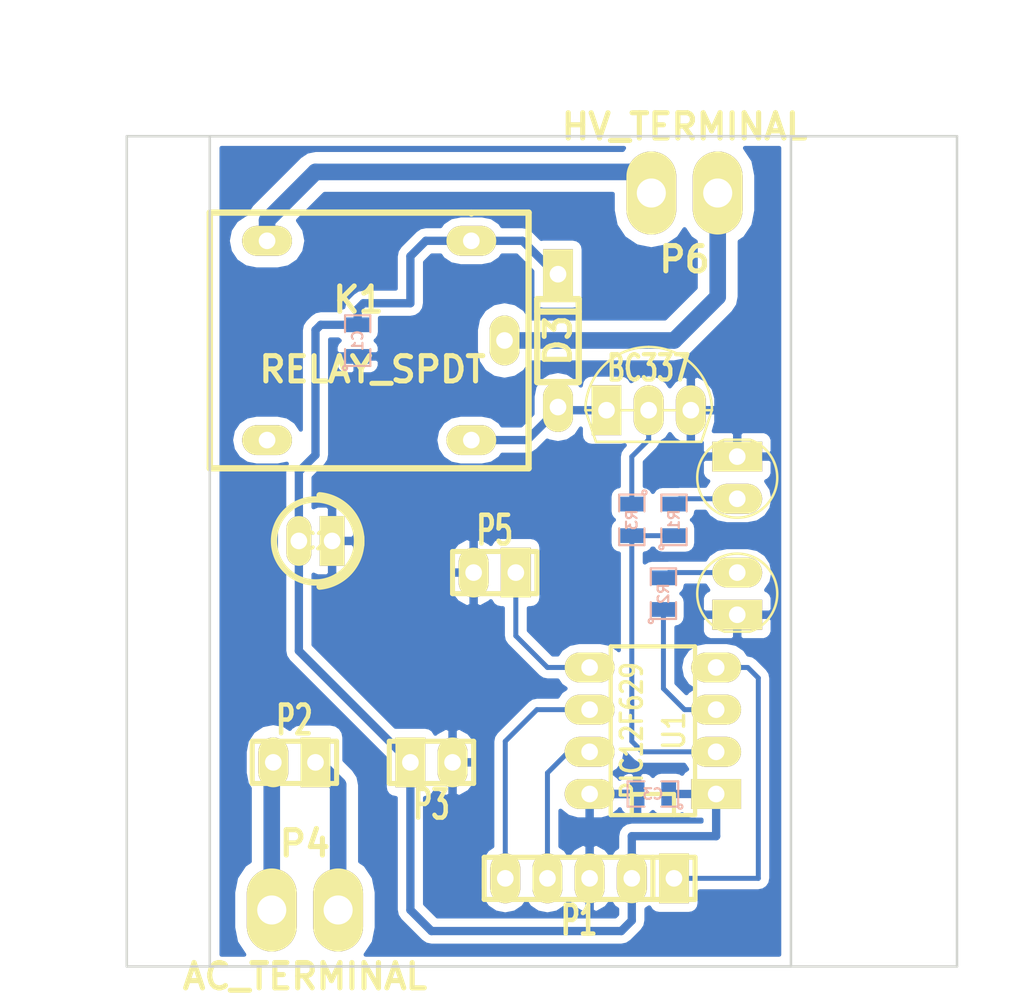
<source format=kicad_pcb>
(kicad_pcb (version 4) (host pcbnew 4.0.2+dfsg1-stable)

  (general
    (links 32)
    (no_connects 0)
    (area 114.924999 54.924999 165.075001 105.075001)
    (thickness 1.6)
    (drawings 11)
    (tracks 69)
    (zones 0)
    (modules 18)
    (nets 17)
  )

  (page A4)
  (layers
    (0 F.Cu signal)
    (31 B.Cu signal)
    (32 B.Adhes user)
    (33 F.Adhes user)
    (34 B.Paste user)
    (35 F.Paste user)
    (36 B.SilkS user)
    (37 F.SilkS user)
    (38 B.Mask user)
    (39 F.Mask user)
    (40 Dwgs.User user)
    (41 Cmts.User user)
    (42 Eco1.User user)
    (43 Eco2.User user)
    (44 Edge.Cuts user)
    (45 Margin user)
    (46 B.CrtYd user)
    (47 F.CrtYd user)
    (48 B.Fab user)
    (49 F.Fab user)
  )

  (setup
    (last_trace_width 0.3)
    (trace_clearance 0.3)
    (zone_clearance 0.508)
    (zone_45_only no)
    (trace_min 0.3)
    (segment_width 0.2)
    (edge_width 0.15)
    (via_size 1.5)
    (via_drill 1)
    (via_min_size 1.5)
    (via_min_drill 1)
    (uvia_size 0.3)
    (uvia_drill 0.1)
    (uvias_allowed no)
    (uvia_min_size 0.2)
    (uvia_min_drill 0.1)
    (pcb_text_width 0.3)
    (pcb_text_size 1.5 1.5)
    (mod_edge_width 0.15)
    (mod_text_size 0.000001 0.000001)
    (mod_text_width 0.15)
    (pad_size 1.4 1.4)
    (pad_drill 0.6)
    (pad_to_mask_clearance 0.2)
    (aux_axis_origin 0 0)
    (visible_elements FFFFFF7F)
    (pcbplotparams
      (layerselection 0x00030_80000001)
      (usegerberextensions false)
      (excludeedgelayer true)
      (linewidth 0.100000)
      (plotframeref false)
      (viasonmask false)
      (mode 1)
      (useauxorigin false)
      (hpglpennumber 1)
      (hpglpenspeed 20)
      (hpglpendiameter 15)
      (hpglpenoverlay 2)
      (psnegative false)
      (psa4output false)
      (plotreference true)
      (plotvalue true)
      (plotinvisibletext false)
      (padsonsilk false)
      (subtractmaskfromsilk false)
      (outputformat 1)
      (mirror false)
      (drillshape 1)
      (scaleselection 1)
      (outputdirectory ""))
  )

  (net 0 "")
  (net 1 GND)
  (net 2 VCC)
  (net 3 "Net-(D1-Pad2)")
  (net 4 "Net-(D2-Pad2)")
  (net 5 "Net-(D3-Pad2)")
  (net 6 /HV_TERM_B)
  (net 7 /HV_TERM_A)
  (net 8 /VPP)
  (net 9 /PGD/TXD)
  (net 10 /PGC/RXD)
  (net 11 "Net-(P2-Pad1)")
  (net 12 "Net-(P2-Pad2)")
  (net 13 "Net-(P5-Pad1)")
  (net 14 "Net-(Q1-Pad2)")
  (net 15 /RELAY_CTL)
  (net 16 "Net-(R2-Pad1)")

  (net_class Default "This is the default net class."
    (clearance 0.3)
    (trace_width 0.3)
    (via_dia 1.5)
    (via_drill 1)
    (uvia_dia 0.3)
    (uvia_drill 0.1)
    (add_net "Net-(D1-Pad2)")
    (add_net "Net-(D2-Pad2)")
    (add_net "Net-(P5-Pad1)")
    (add_net "Net-(Q1-Pad2)")
    (add_net "Net-(R2-Pad1)")
  )

  (net_class DATA ""
    (clearance 0.3)
    (trace_width 0.3)
    (via_dia 1.5)
    (via_drill 1)
    (uvia_dia 0.3)
    (uvia_drill 0.1)
    (add_net /PGC/RXD)
    (add_net /PGD/TXD)
    (add_net /RELAY_CTL)
    (add_net /VPP)
  )

  (net_class HV_POWER ""
    (clearance 0.7)
    (trace_width 1)
    (via_dia 2)
    (via_drill 1)
    (uvia_dia 0.3)
    (uvia_drill 0.1)
    (add_net /HV_TERM_A)
    (add_net /HV_TERM_B)
    (add_net "Net-(P2-Pad1)")
    (add_net "Net-(P2-Pad2)")
  )

  (net_class POWER ""
    (clearance 0.5)
    (trace_width 0.5)
    (via_dia 2)
    (via_drill 1)
    (uvia_dia 0.3)
    (uvia_drill 0.1)
    (add_net GND)
    (add_net "Net-(D3-Pad2)")
    (add_net VCC)
  )

  (module 1mm-process:SM0805 (layer B.Cu) (tedit 42806E04) (tstamp 576EE422)
    (at 128.905 67.31 90)
    (path /56F8533A)
    (attr smd)
    (fp_text reference C1 (at 0 0 90) (layer B.SilkS)
      (effects (font (size 0.635 0.635) (thickness 0.127)) (justify mirror))
    )
    (fp_text value 0.1uF (at 0 0 90) (layer B.SilkS) hide
      (effects (font (size 0.635 0.635) (thickness 0.127)) (justify mirror))
    )
    (fp_circle (center -1.651 -0.762) (end -1.651 -0.635) (layer B.SilkS) (width 0.127))
    (fp_line (start -0.508 -0.762) (end -1.524 -0.762) (layer B.SilkS) (width 0.127))
    (fp_line (start -1.524 -0.762) (end -1.524 0.762) (layer B.SilkS) (width 0.127))
    (fp_line (start -1.524 0.762) (end -0.508 0.762) (layer B.SilkS) (width 0.127))
    (fp_line (start 0.508 0.762) (end 1.524 0.762) (layer B.SilkS) (width 0.127))
    (fp_line (start 1.524 0.762) (end 1.524 -0.762) (layer B.SilkS) (width 0.127))
    (fp_line (start 1.524 -0.762) (end 0.508 -0.762) (layer B.SilkS) (width 0.127))
    (pad 1 smd rect (at -0.9525 0 90) (size 0.889 1.397) (layers B.Cu B.Paste B.Mask)
      (net 1 GND))
    (pad 2 smd rect (at 0.9525 0 90) (size 0.889 1.397) (layers B.Cu B.Paste B.Mask)
      (net 2 VCC))
    (model smd/chip_cms.wrl
      (at (xyz 0 0 0))
      (scale (xyz 0.1 0.1 0.1))
      (rotate (xyz 0 0 0))
    )
  )

  (module 1mm-process:SM0805 (layer B.Cu) (tedit 42806E04) (tstamp 576EE42E)
    (at 146.685 94.615 180)
    (path /5702D7EF)
    (attr smd)
    (fp_text reference C3 (at 0 0 180) (layer B.SilkS)
      (effects (font (size 0.635 0.635) (thickness 0.127)) (justify mirror))
    )
    (fp_text value 1uF (at 0 0 180) (layer B.SilkS) hide
      (effects (font (size 0.635 0.635) (thickness 0.127)) (justify mirror))
    )
    (fp_circle (center -1.651 -0.762) (end -1.651 -0.635) (layer B.SilkS) (width 0.127))
    (fp_line (start -0.508 -0.762) (end -1.524 -0.762) (layer B.SilkS) (width 0.127))
    (fp_line (start -1.524 -0.762) (end -1.524 0.762) (layer B.SilkS) (width 0.127))
    (fp_line (start -1.524 0.762) (end -0.508 0.762) (layer B.SilkS) (width 0.127))
    (fp_line (start 0.508 0.762) (end 1.524 0.762) (layer B.SilkS) (width 0.127))
    (fp_line (start 1.524 0.762) (end 1.524 -0.762) (layer B.SilkS) (width 0.127))
    (fp_line (start 1.524 -0.762) (end 0.508 -0.762) (layer B.SilkS) (width 0.127))
    (pad 1 smd rect (at -0.9525 0 180) (size 0.889 1.397) (layers B.Cu B.Paste B.Mask)
      (net 2 VCC))
    (pad 2 smd rect (at 0.9525 0 180) (size 0.889 1.397) (layers B.Cu B.Paste B.Mask)
      (net 1 GND))
    (model smd/chip_cms.wrl
      (at (xyz 0 0 0))
      (scale (xyz 0.1 0.1 0.1))
      (rotate (xyz 0 0 0))
    )
  )

  (module 1mm-process:LED-5mm (layer F.Cu) (tedit 576EBEA7) (tstamp 576EE434)
    (at 151.765 75.565 270)
    (descr "Connecteurs 2 pins")
    (tags "CONN DEV")
    (path /56F5F2CD)
    (fp_text reference D1 (at 0 2.54 270) (layer F.SilkS) hide
      (effects (font (size 1.72974 1.08712) (thickness 0.27178)))
    )
    (fp_text value LED (at 0 -2.54 270) (layer F.SilkS) hide
      (effects (font (size 1.524 1.016) (thickness 0.254)))
    )
    (fp_line (start -2.032 1.27) (end -2.032 -1.27) (layer F.SilkS) (width 0.15))
    (fp_line (start -2.286 -0.762) (end -2.286 0.762) (layer F.SilkS) (width 0.15))
    (fp_arc (start 0 0) (end -2.286 -0.762) (angle 322) (layer F.SilkS) (width 0.15))
    (pad 1 thru_hole rect (at -1.27 0 270) (size 1.80086 2.99974) (drill 1.00076) (layers *.Cu *.Mask F.SilkS)
      (net 1 GND))
    (pad 2 thru_hole oval (at 1.27 0 270) (size 1.80086 2.99974) (drill 1.00076) (layers *.Cu *.Mask F.SilkS)
      (net 3 "Net-(D1-Pad2)"))
  )

  (module 1mm-process:LED-5mm (layer F.Cu) (tedit 576EBEA7) (tstamp 576EE43A)
    (at 151.765 82.55 90)
    (descr "Connecteurs 2 pins")
    (tags "CONN DEV")
    (path /56F5EED1)
    (fp_text reference D2 (at 0 2.54 90) (layer F.SilkS) hide
      (effects (font (size 1.72974 1.08712) (thickness 0.27178)))
    )
    (fp_text value LED (at 0 -2.54 90) (layer F.SilkS) hide
      (effects (font (size 1.524 1.016) (thickness 0.254)))
    )
    (fp_line (start -2.032 1.27) (end -2.032 -1.27) (layer F.SilkS) (width 0.15))
    (fp_line (start -2.286 -0.762) (end -2.286 0.762) (layer F.SilkS) (width 0.15))
    (fp_arc (start 0 0) (end -2.286 -0.762) (angle 322) (layer F.SilkS) (width 0.15))
    (pad 1 thru_hole rect (at -1.27 0 90) (size 1.80086 2.99974) (drill 1.00076) (layers *.Cu *.Mask F.SilkS)
      (net 1 GND))
    (pad 2 thru_hole oval (at 1.27 0 90) (size 1.80086 2.99974) (drill 1.00076) (layers *.Cu *.Mask F.SilkS)
      (net 4 "Net-(D2-Pad2)"))
  )

  (module 1mm-process:RELAY_SPDT (layer F.Cu) (tedit 576ED6DD) (tstamp 576EE449)
    (at 120 75)
    (path /56F56838)
    (fp_text reference K1 (at 8.95096 -10.14984 180) (layer F.SilkS)
      (effects (font (thickness 0.3048)))
    )
    (fp_text value RELAY_SPDT (at 9.79932 -5.95122) (layer F.SilkS)
      (effects (font (thickness 0.3048)))
    )
    (fp_line (start 15.75054 -15.34922) (end 15.75054 -15.40002) (layer F.SilkS) (width 0.381))
    (fp_line (start 0 0) (end 0 -15.40002) (layer F.SilkS) (width 0.381))
    (fp_line (start 0 0) (end 19.19986 0) (layer F.SilkS) (width 0.381))
    (fp_line (start 19.19986 0) (end 19.19986 -15.40002) (layer F.SilkS) (width 0.381))
    (fp_line (start 19.19986 -15.40002) (end 0 -15.40002) (layer F.SilkS) (width 0.381))
    (pad 5 thru_hole oval (at 3.44932 -13.70076 90) (size 1.80086 2.99974) (drill 1.00076) (layers *.Cu *.Mask F.SilkS)
      (net 6 /HV_TERM_B))
    (pad 4 thru_hole oval (at 3.44932 -1.69926 90) (size 1.80086 2.99974) (drill 1.00076) (layers *.Cu *.Mask F.SilkS))
    (pad 2 thru_hole oval (at 15.75054 -1.69926 90) (size 1.80086 2.99974) (drill 1.00076) (layers *.Cu *.Mask F.SilkS)
      (net 5 "Net-(D3-Pad2)"))
    (pad 3 thru_hole oval (at 17.74952 -7.69874) (size 1.80086 2.99974) (drill 1.00076) (layers *.Cu *.Mask F.SilkS)
      (net 7 /HV_TERM_A))
    (pad 1 thru_hole oval (at 15.75054 -13.70076 90) (size 1.80086 2.99974) (drill 1.00076) (layers *.Cu *.Mask F.SilkS)
      (net 2 VCC))
  )

  (module 1mm-process:SIL-5 (layer F.Cu) (tedit 5334A835) (tstamp 576EE452)
    (at 141.605 99.695 180)
    (descr "Connecteur 5 pins")
    (tags "CONN DEV")
    (path /5702D891)
    (fp_text reference P1 (at -0.635 -2.54 180) (layer F.SilkS)
      (effects (font (size 1.72974 1.08712) (thickness 0.27178)))
    )
    (fp_text value PGM_UART (at 0 -2.54 180) (layer F.SilkS) hide
      (effects (font (size 1.524 1.016) (thickness 0.254)))
    )
    (fp_line (start -7.62 1.27) (end -7.62 -1.27) (layer F.SilkS) (width 0.3048))
    (fp_line (start -7.62 -1.27) (end 5.08 -1.27) (layer F.SilkS) (width 0.3048))
    (fp_line (start 5.08 -1.27) (end 5.08 1.27) (layer F.SilkS) (width 0.3048))
    (fp_line (start 5.08 1.27) (end -7.62 1.27) (layer F.SilkS) (width 0.3048))
    (fp_line (start -5.08 1.27) (end -5.08 -1.27) (layer F.SilkS) (width 0.3048))
    (pad 1 thru_hole rect (at -6.35 0 180) (size 1.80086 2.99974) (drill 1.00076) (layers *.Cu *.Mask F.SilkS)
      (net 8 /VPP))
    (pad 2 thru_hole oval (at -3.81 0 180) (size 1.80086 2.99974) (drill 1.00076) (layers *.Cu *.Mask F.SilkS)
      (net 2 VCC))
    (pad 3 thru_hole oval (at -1.27 0 180) (size 1.80086 2.99974) (drill 1.00076) (layers *.Cu *.Mask F.SilkS)
      (net 1 GND))
    (pad 4 thru_hole oval (at 1.27 0 180) (size 1.80086 2.99974) (drill 1.00076) (layers *.Cu *.Mask F.SilkS)
      (net 9 /PGD/TXD))
    (pad 5 thru_hole oval (at 3.81 0 180) (size 1.80086 2.99974) (drill 1.00076) (layers *.Cu *.Mask F.SilkS)
      (net 10 /PGC/RXD))
  )

  (module 1mm-process:SIL-2 (layer F.Cu) (tedit 52F77822) (tstamp 576EE458)
    (at 125.095 92.71 180)
    (descr "Connecteurs 2 pins")
    (tags "CONN DEV")
    (path /576EB8B7)
    (fp_text reference P2 (at 0 2.54 180) (layer F.SilkS)
      (effects (font (size 1.72974 1.08712) (thickness 0.27178)))
    )
    (fp_text value AC_PIN (at 0 -2.54 180) (layer F.SilkS) hide
      (effects (font (size 1.524 1.016) (thickness 0.254)))
    )
    (fp_line (start -2.54 1.27) (end -2.54 -1.27) (layer F.SilkS) (width 0.3048))
    (fp_line (start -2.54 -1.27) (end 2.54 -1.27) (layer F.SilkS) (width 0.3048))
    (fp_line (start 2.54 -1.27) (end 2.54 1.27) (layer F.SilkS) (width 0.3048))
    (fp_line (start 2.54 1.27) (end -2.54 1.27) (layer F.SilkS) (width 0.3048))
    (pad 1 thru_hole rect (at -1.27 0 180) (size 1.80086 2.99974) (drill 1.00076) (layers *.Cu *.Mask F.SilkS)
      (net 11 "Net-(P2-Pad1)"))
    (pad 2 thru_hole oval (at 1.27 0 180) (size 1.80086 2.99974) (drill 1.00076) (layers *.Cu *.Mask F.SilkS)
      (net 12 "Net-(P2-Pad2)"))
  )

  (module 1mm-process:SIL-2 (layer F.Cu) (tedit 52F77822) (tstamp 576EE45E)
    (at 133.35 92.71)
    (descr "Connecteurs 2 pins")
    (tags "CONN DEV")
    (path /5702D85F)
    (fp_text reference P3 (at 0 2.54) (layer F.SilkS)
      (effects (font (size 1.72974 1.08712) (thickness 0.27178)))
    )
    (fp_text value PWR_PIN (at 0 -2.54) (layer F.SilkS) hide
      (effects (font (size 1.524 1.016) (thickness 0.254)))
    )
    (fp_line (start -2.54 1.27) (end -2.54 -1.27) (layer F.SilkS) (width 0.3048))
    (fp_line (start -2.54 -1.27) (end 2.54 -1.27) (layer F.SilkS) (width 0.3048))
    (fp_line (start 2.54 -1.27) (end 2.54 1.27) (layer F.SilkS) (width 0.3048))
    (fp_line (start 2.54 1.27) (end -2.54 1.27) (layer F.SilkS) (width 0.3048))
    (pad 1 thru_hole rect (at -1.27 0) (size 1.80086 2.99974) (drill 1.00076) (layers *.Cu *.Mask F.SilkS)
      (net 2 VCC))
    (pad 2 thru_hole oval (at 1.27 0) (size 1.80086 2.99974) (drill 1.00076) (layers *.Cu *.Mask F.SilkS)
      (net 1 GND))
  )

  (module 1mm-process:CONN2_175 (layer F.Cu) (tedit 563AAF34) (tstamp 576EE464)
    (at 125.73 101.6)
    (path /576EB876)
    (fp_text reference P4 (at 0 -4.0005) (layer F.SilkS)
      (effects (font (thickness 0.3048)))
    )
    (fp_text value AC_TERMINAL (at 0 4.0005) (layer F.SilkS)
      (effects (font (thickness 0.3048)))
    )
    (pad 1 thru_hole oval (at -1.99898 0) (size 2.99974 5.00126) (drill 1.75006) (layers *.Cu *.Mask F.SilkS)
      (net 12 "Net-(P2-Pad2)"))
    (pad 2 thru_hole oval (at 1.99898 0) (size 2.99974 5.00126) (drill 1.75006) (layers *.Cu *.Mask F.SilkS)
      (net 11 "Net-(P2-Pad1)"))
  )

  (module 1mm-process:CONN2_175 (layer F.Cu) (tedit 563AAF34) (tstamp 576EE470)
    (at 148.59 58.42 180)
    (path /56F5EDB4)
    (fp_text reference P6 (at 0 -4.0005 180) (layer F.SilkS)
      (effects (font (thickness 0.3048)))
    )
    (fp_text value HV_TERMINAL (at 0 4.0005 180) (layer F.SilkS)
      (effects (font (thickness 0.3048)))
    )
    (pad 1 thru_hole oval (at -1.99898 0 180) (size 2.99974 5.00126) (drill 1.75006) (layers *.Cu *.Mask F.SilkS)
      (net 7 /HV_TERM_A))
    (pad 2 thru_hole oval (at 1.99898 0 180) (size 2.99974 5.00126) (drill 1.75006) (layers *.Cu *.Mask F.SilkS)
      (net 6 /HV_TERM_B))
  )

  (module 1mm-process:TO-92 (layer F.Cu) (tedit 576EB3AB) (tstamp 576EE477)
    (at 146.431 71.501)
    (descr "Connecteur 4 pibs")
    (tags "CONN DEV")
    (path /56F5EC71)
    (fp_text reference Q1 (at 0 2.54) (layer F.SilkS) hide
      (effects (font (size 1.73482 1.08712) (thickness 0.27178)))
    )
    (fp_text value BC337 (at 0 -2.54) (layer F.SilkS)
      (effects (font (size 1.524 1.016) (thickness 0.254)))
    )
    (fp_line (start -3.81 0) (end 3.81 0) (layer F.SilkS) (width 0.15))
    (fp_line (start 3.175 1.905) (end 3.81 0) (layer F.SilkS) (width 0.15))
    (fp_line (start 3.175 1.905) (end -3.175 1.905) (layer F.SilkS) (width 0.15))
    (fp_line (start -3.175 1.905) (end -3.81 0) (layer F.SilkS) (width 0.15))
    (fp_arc (start 0 0) (end 0 -3.81) (angle 90) (layer F.SilkS) (width 0.15))
    (fp_arc (start 0 0) (end -3.81 0) (angle 90) (layer F.SilkS) (width 0.15))
    (pad 1 thru_hole rect (at -2.54 0) (size 1.80086 2.99974) (drill 1.00076) (layers *.Cu *.Mask F.SilkS)
      (net 5 "Net-(D3-Pad2)"))
    (pad 2 thru_hole oval (at 0 0) (size 1.80086 2.99974) (drill 1.00076) (layers *.Cu *.Mask F.SilkS)
      (net 14 "Net-(Q1-Pad2)"))
    (pad 3 thru_hole oval (at 2.54 0) (size 1.80086 2.99974) (drill 1.00076) (layers *.Cu *.Mask F.SilkS)
      (net 1 GND))
  )

  (module 1mm-process:DIP-8 (layer F.Cu) (tedit 562D9783) (tstamp 576EE495)
    (at 146.685 90.805 90)
    (descr "8 pins DIL package, round pads")
    (tags DIL)
    (path /56F56454)
    (fp_text reference U1 (at 0 1.27 90) (layer F.SilkS)
      (effects (font (size 1.27 1.143) (thickness 0.2032)))
    )
    (fp_text value PIC12F629 (at 0 -1.27 90) (layer F.SilkS)
      (effects (font (size 1.27 1.016) (thickness 0.2032)))
    )
    (fp_line (start -5.08 -1.27) (end -3.81 -1.27) (layer F.SilkS) (width 0.254))
    (fp_line (start -3.81 -1.27) (end -3.81 1.27) (layer F.SilkS) (width 0.254))
    (fp_line (start -3.81 1.27) (end -5.08 1.27) (layer F.SilkS) (width 0.254))
    (fp_line (start -5.08 -2.54) (end 5.08 -2.54) (layer F.SilkS) (width 0.254))
    (fp_line (start 5.08 -2.54) (end 5.08 2.54) (layer F.SilkS) (width 0.254))
    (fp_line (start 5.08 2.54) (end -5.08 2.54) (layer F.SilkS) (width 0.254))
    (fp_line (start -5.08 2.54) (end -5.08 -2.54) (layer F.SilkS) (width 0.254))
    (pad 1 thru_hole rect (at -3.81 3.81 90) (size 1.80086 2.99974) (drill 1.00076) (layers *.Cu *.Mask F.SilkS)
      (net 2 VCC))
    (pad 2 thru_hole oval (at -1.27 3.81 90) (size 1.80086 2.99974) (drill 1.00076) (layers *.Cu *.Mask F.SilkS)
      (net 15 /RELAY_CTL))
    (pad 3 thru_hole oval (at 1.27 3.81 90) (size 1.80086 2.99974) (drill 1.00076) (layers *.Cu *.Mask F.SilkS)
      (net 16 "Net-(R2-Pad1)"))
    (pad 4 thru_hole oval (at 3.81 3.81 90) (size 1.80086 2.99974) (drill 1.00076) (layers *.Cu *.Mask F.SilkS)
      (net 8 /VPP))
    (pad 5 thru_hole oval (at 3.81 -3.81 90) (size 1.80086 2.99974) (drill 1.00076) (layers *.Cu *.Mask F.SilkS)
      (net 13 "Net-(P5-Pad1)"))
    (pad 6 thru_hole oval (at 1.27 -3.81 90) (size 1.80086 2.99974) (drill 1.00076) (layers *.Cu *.Mask F.SilkS)
      (net 10 /PGC/RXD))
    (pad 7 thru_hole oval (at -1.27 -3.81 90) (size 1.80086 2.99974) (drill 1.00076) (layers *.Cu *.Mask F.SilkS)
      (net 9 /PGD/TXD))
    (pad 8 thru_hole oval (at -3.81 -3.81 90) (size 1.80086 2.99974) (drill 1.00076) (layers *.Cu *.Mask F.SilkS)
      (net 1 GND))
    (model dil/dil_8.wrl
      (at (xyz 0 0 0))
      (scale (xyz 1 1 1))
      (rotate (xyz 0 0 0))
    )
  )

  (module 1mm-process:SM0805 (layer B.Cu) (tedit 42806E04) (tstamp 576EE55E)
    (at 147.955 78.105 90)
    (path /56F5F2C3)
    (attr smd)
    (fp_text reference R1 (at 0 0 90) (layer B.SilkS)
      (effects (font (size 0.635 0.635) (thickness 0.127)) (justify mirror))
    )
    (fp_text value 330 (at 0 0 90) (layer B.SilkS) hide
      (effects (font (size 0.635 0.635) (thickness 0.127)) (justify mirror))
    )
    (fp_circle (center -1.651 -0.762) (end -1.651 -0.635) (layer B.SilkS) (width 0.127))
    (fp_line (start -0.508 -0.762) (end -1.524 -0.762) (layer B.SilkS) (width 0.127))
    (fp_line (start -1.524 -0.762) (end -1.524 0.762) (layer B.SilkS) (width 0.127))
    (fp_line (start -1.524 0.762) (end -0.508 0.762) (layer B.SilkS) (width 0.127))
    (fp_line (start 0.508 0.762) (end 1.524 0.762) (layer B.SilkS) (width 0.127))
    (fp_line (start 1.524 0.762) (end 1.524 -0.762) (layer B.SilkS) (width 0.127))
    (fp_line (start 1.524 -0.762) (end 0.508 -0.762) (layer B.SilkS) (width 0.127))
    (pad 1 smd rect (at -0.9525 0 90) (size 0.889 1.397) (layers B.Cu B.Paste B.Mask)
      (net 15 /RELAY_CTL))
    (pad 2 smd rect (at 0.9525 0 90) (size 0.889 1.397) (layers B.Cu B.Paste B.Mask)
      (net 3 "Net-(D1-Pad2)"))
    (model smd/chip_cms.wrl
      (at (xyz 0 0 0))
      (scale (xyz 0.1 0.1 0.1))
      (rotate (xyz 0 0 0))
    )
  )

  (module 1mm-process:SM0805 (layer B.Cu) (tedit 42806E04) (tstamp 576EE568)
    (at 145.415 78.105 270)
    (path /56F5F33E)
    (attr smd)
    (fp_text reference R3 (at 0 0 270) (layer B.SilkS)
      (effects (font (size 0.635 0.635) (thickness 0.127)) (justify mirror))
    )
    (fp_text value R (at 0 0 270) (layer B.SilkS) hide
      (effects (font (size 0.635 0.635) (thickness 0.127)) (justify mirror))
    )
    (fp_circle (center -1.651 -0.762) (end -1.651 -0.635) (layer B.SilkS) (width 0.127))
    (fp_line (start -0.508 -0.762) (end -1.524 -0.762) (layer B.SilkS) (width 0.127))
    (fp_line (start -1.524 -0.762) (end -1.524 0.762) (layer B.SilkS) (width 0.127))
    (fp_line (start -1.524 0.762) (end -0.508 0.762) (layer B.SilkS) (width 0.127))
    (fp_line (start 0.508 0.762) (end 1.524 0.762) (layer B.SilkS) (width 0.127))
    (fp_line (start 1.524 0.762) (end 1.524 -0.762) (layer B.SilkS) (width 0.127))
    (fp_line (start 1.524 -0.762) (end 0.508 -0.762) (layer B.SilkS) (width 0.127))
    (pad 1 smd rect (at -0.9525 0 270) (size 0.889 1.397) (layers B.Cu B.Paste B.Mask)
      (net 14 "Net-(Q1-Pad2)"))
    (pad 2 smd rect (at 0.9525 0 270) (size 0.889 1.397) (layers B.Cu B.Paste B.Mask)
      (net 15 /RELAY_CTL))
    (model smd/chip_cms.wrl
      (at (xyz 0 0 0))
      (scale (xyz 0.1 0.1 0.1))
      (rotate (xyz 0 0 0))
    )
  )

  (module 1mm-process:EC50 (layer F.Cu) (tedit 562D90A2) (tstamp 576EF094)
    (at 126.365 79.375)
    (path /56F86C88)
    (fp_text reference C2 (at 0 0) (layer F.SilkS)
      (effects (font (size 1.016 0.889) (thickness 0.2032)))
    )
    (fp_text value 33uF (at 0 -3.81) (layer F.SilkS) hide
      (effects (font (size 1.016 0.889) (thickness 0.2032)))
    )
    (fp_arc (start 0 0) (end 0.24892 -2.75082) (angle 90) (layer F.SilkS) (width 0.381))
    (fp_arc (start 0 0) (end 2.75082 -0.24892) (angle 90) (layer F.SilkS) (width 0.381))
    (fp_circle (center 0 0) (end 2.49936 0) (layer F.SilkS) (width 0.381))
    (pad 2 thru_hole rect (at 1.00076 0) (size 1.50114 2.99974) (drill 1.00076) (layers *.Cu *.Mask F.SilkS)
      (net 1 GND))
    (pad 1 thru_hole oval (at -1.00076 0) (size 1.50114 2.99974) (drill 1.00076) (layers *.Cu *.Mask F.SilkS)
      (net 2 VCC))
    (model discret/c_vert_c1v8.wrl
      (at (xyz 0 0 0))
      (scale (xyz 1 1 1))
      (rotate (xyz 0 0 0))
    )
  )

  (module 1mm-process:SM0805 (layer B.Cu) (tedit 42806E04) (tstamp 576F07C9)
    (at 147.32 82.55 90)
    (path /56F5F1F8)
    (attr smd)
    (fp_text reference R2 (at 0 0 90) (layer B.SilkS)
      (effects (font (size 0.635 0.635) (thickness 0.127)) (justify mirror))
    )
    (fp_text value 330 (at 0 0 90) (layer B.SilkS) hide
      (effects (font (size 0.635 0.635) (thickness 0.127)) (justify mirror))
    )
    (fp_circle (center -1.651 -0.762) (end -1.651 -0.635) (layer B.SilkS) (width 0.127))
    (fp_line (start -0.508 -0.762) (end -1.524 -0.762) (layer B.SilkS) (width 0.127))
    (fp_line (start -1.524 -0.762) (end -1.524 0.762) (layer B.SilkS) (width 0.127))
    (fp_line (start -1.524 0.762) (end -0.508 0.762) (layer B.SilkS) (width 0.127))
    (fp_line (start 0.508 0.762) (end 1.524 0.762) (layer B.SilkS) (width 0.127))
    (fp_line (start 1.524 0.762) (end 1.524 -0.762) (layer B.SilkS) (width 0.127))
    (fp_line (start 1.524 -0.762) (end 0.508 -0.762) (layer B.SilkS) (width 0.127))
    (pad 1 smd rect (at -0.9525 0 90) (size 0.889 1.397) (layers B.Cu B.Paste B.Mask)
      (net 16 "Net-(R2-Pad1)"))
    (pad 2 smd rect (at 0.9525 0 90) (size 0.889 1.397) (layers B.Cu B.Paste B.Mask)
      (net 4 "Net-(D2-Pad2)"))
    (model smd/chip_cms.wrl
      (at (xyz 0 0 0))
      (scale (xyz 0.1 0.1 0.1))
      (rotate (xyz 0 0 0))
    )
  )

  (module 1mm-process:DO-41 (layer F.Cu) (tedit 57C20954) (tstamp 57C20A13)
    (at 140.97 67.31 90)
    (path /56F5EC24)
    (fp_text reference D3 (at 0 0 90) (layer F.SilkS)
      (effects (font (thickness 0.3048)))
    )
    (fp_text value DIODE (at 0 4.7498 90) (layer F.SilkS) hide
      (effects (font (thickness 0.3048)))
    )
    (fp_line (start 1.75006 -1.24968) (end 1.75006 1.24968) (layer F.SilkS) (width 0.381))
    (fp_line (start -2.49936 0) (end -4.0005 0) (layer F.SilkS) (width 0.381))
    (fp_line (start 2.49936 0) (end 4.0005 0) (layer F.SilkS) (width 0.381))
    (fp_line (start 2.49936 -1.24968) (end -2.49936 -1.24968) (layer F.SilkS) (width 0.381))
    (fp_line (start -2.49936 -1.24968) (end -2.49936 1.24968) (layer F.SilkS) (width 0.381))
    (fp_line (start -2.49936 1.24968) (end 2.49936 1.24968) (layer F.SilkS) (width 0.381))
    (fp_line (start 2.49936 1.24968) (end 2.49936 -1.24968) (layer F.SilkS) (width 0.381))
    (pad 2 thru_hole oval (at -4.0005 0 180) (size 1.80086 2.99974) (drill 1.00076) (layers *.Cu *.Mask F.SilkS)
      (net 5 "Net-(D3-Pad2)"))
    (pad 1 thru_hole rect (at 4.0005 0 180) (size 1.80086 2.99974) (drill 1.00076) (layers *.Cu *.Mask F.SilkS)
      (net 2 VCC))
  )

  (module 1mm-process:SIL-2 (layer F.Cu) (tedit 52F77822) (tstamp 58E9076E)
    (at 137.16 81.28 180)
    (descr "Connecteurs 2 pins")
    (tags "CONN DEV")
    (path /56F5F3EE)
    (fp_text reference P5 (at 0 2.54 180) (layer F.SilkS)
      (effects (font (size 1.72974 1.08712) (thickness 0.27178)))
    )
    (fp_text value BUTTON (at 0 -2.54 180) (layer F.SilkS) hide
      (effects (font (size 1.524 1.016) (thickness 0.254)))
    )
    (fp_line (start -2.54 1.27) (end -2.54 -1.27) (layer F.SilkS) (width 0.3048))
    (fp_line (start -2.54 -1.27) (end 2.54 -1.27) (layer F.SilkS) (width 0.3048))
    (fp_line (start 2.54 -1.27) (end 2.54 1.27) (layer F.SilkS) (width 0.3048))
    (fp_line (start 2.54 1.27) (end -2.54 1.27) (layer F.SilkS) (width 0.3048))
    (pad 1 thru_hole rect (at -1.27 0 180) (size 1.80086 2.99974) (drill 1.00076) (layers *.Cu *.Mask F.SilkS)
      (net 13 "Net-(P5-Pad1)"))
    (pad 2 thru_hole oval (at 1.27 0 180) (size 1.80086 2.99974) (drill 1.00076) (layers *.Cu *.Mask F.SilkS)
      (net 1 GND))
  )

  (gr_line (start 165 55) (end 115 55) (angle 90) (layer Edge.Cuts) (width 0.15))
  (gr_line (start 165 105) (end 165 55) (angle 90) (layer Edge.Cuts) (width 0.15))
  (gr_line (start 115 105) (end 165 105) (angle 90) (layer Edge.Cuts) (width 0.15))
  (gr_line (start 115 55) (end 115 105) (angle 90) (layer Edge.Cuts) (width 0.15))
  (dimension 25 (width 0.3) (layer Eco2.User)
    (gr_text "25,000 mm" (at 165 67.5 270) (layer Eco2.User)
      (effects (font (size 1.5 1.5) (thickness 0.3)))
    )
    (feature1 (pts (xy 160 80) (xy 165 80)))
    (feature2 (pts (xy 160 55) (xy 165 55)))
    (crossbar (pts (xy 165 55) (xy 165 80)))
    (arrow1a (pts (xy 165 80) (xy 164.413579 78.873496)))
    (arrow1b (pts (xy 165 80) (xy 165.586421 78.873496)))
    (arrow2a (pts (xy 165 55) (xy 164.413579 56.126504)))
    (arrow2b (pts (xy 165 55) (xy 165.586421 56.126504)))
  )
  (dimension 35 (width 0.3) (layer Eco2.User)
    (gr_text "35,000 mm" (at 137.5 50) (layer Eco2.User)
      (effects (font (size 1.5 1.5) (thickness 0.3)))
    )
    (feature1 (pts (xy 155 55) (xy 155 50)))
    (feature2 (pts (xy 120 55) (xy 120 50)))
    (crossbar (pts (xy 120 50) (xy 155 50)))
    (arrow1a (pts (xy 155 50) (xy 153.873496 50.586421)))
    (arrow1b (pts (xy 155 50) (xy 153.873496 49.413579)))
    (arrow2a (pts (xy 120 50) (xy 121.126504 50.586421)))
    (arrow2b (pts (xy 120 50) (xy 121.126504 49.413579)))
  )
  (gr_line (start 120 105) (end 155 105) (angle 90) (layer Edge.Cuts) (width 0.15))
  (gr_line (start 155 55) (end 120 55) (angle 90) (layer Edge.Cuts) (width 0.15))
  (gr_line (start 155 55) (end 155 105) (angle 90) (layer Edge.Cuts) (width 0.15))
  (gr_line (start 120 105) (end 120 55) (angle 90) (layer Edge.Cuts) (width 0.15))
  (dimension 50 (width 0.3) (layer Eco2.User)
    (gr_text "50,000 mm" (at 115 80 270) (layer Eco2.User)
      (effects (font (size 1.5 1.5) (thickness 0.3)))
    )
    (feature1 (pts (xy 120 105) (xy 115 105)))
    (feature2 (pts (xy 120 55) (xy 115 55)))
    (crossbar (pts (xy 115 55) (xy 115 105)))
    (arrow1a (pts (xy 115 105) (xy 114.413579 103.873496)))
    (arrow1b (pts (xy 115 105) (xy 115.586421 103.873496)))
    (arrow2a (pts (xy 115 55) (xy 114.413579 56.126504)))
    (arrow2b (pts (xy 115 55) (xy 115.586421 56.126504)))
  )

  (segment (start 142.875 94.615) (end 145.7325 94.615) (width 0.5) (layer B.Cu) (net 1))
  (segment (start 135.75054 61.29924) (end 138.83274 61.29924) (width 0.5) (layer B.Cu) (net 2))
  (segment (start 132.08 92.71) (end 132.08 101.6) (width 0.5) (layer B.Cu) (net 2))
  (segment (start 145.415 102.235) (end 145.415 99.695) (width 0.5) (layer B.Cu) (net 2) (tstamp 576F0969))
  (segment (start 144.78 102.87) (end 145.415 102.235) (width 0.5) (layer B.Cu) (net 2) (tstamp 576F0968))
  (segment (start 133.35 102.87) (end 144.78 102.87) (width 0.5) (layer B.Cu) (net 2) (tstamp 576F0967))
  (segment (start 132.08 101.6) (end 133.35 102.87) (width 0.5) (layer B.Cu) (net 2) (tstamp 576F0966))
  (segment (start 150.495 94.615) (end 150.495 97.155) (width 0.5) (layer B.Cu) (net 2))
  (segment (start 150.495 97.155) (end 145.415 97.155) (width 0.5) (layer B.Cu) (net 2) (tstamp 576F0951))
  (segment (start 145.415 97.155) (end 145.415 99.695) (width 0.5) (layer B.Cu) (net 2) (tstamp 576F0952))
  (segment (start 125.36424 79.375) (end 125.36424 85.99424) (width 0.5) (layer B.Cu) (net 2))
  (segment (start 125.36424 85.99424) (end 132.08 92.71) (width 0.5) (layer B.Cu) (net 2) (tstamp 576F092D))
  (segment (start 125.36424 79.375) (end 125.36424 75.19924) (width 0.5) (layer B.Cu) (net 2))
  (segment (start 126.6825 66.3575) (end 128.905 66.3575) (width 0.5) (layer B.Cu) (net 2) (tstamp 576F092A))
  (segment (start 126.365 66.675) (end 126.6825 66.3575) (width 0.5) (layer B.Cu) (net 2) (tstamp 576F0929))
  (segment (start 126.365 74.19848) (end 126.365 66.675) (width 0.5) (layer B.Cu) (net 2) (tstamp 576F0928))
  (segment (start 125.36424 75.19924) (end 126.365 74.19848) (width 0.5) (layer B.Cu) (net 2) (tstamp 576F0927))
  (segment (start 128.905 66.3575) (end 128.905 65.405) (width 0.5) (layer B.Cu) (net 2))
  (segment (start 129.25044 65.05956) (end 132.08 65.05956) (width 0.5) (layer B.Cu) (net 2) (tstamp 576F0909))
  (segment (start 128.905 65.405) (end 129.25044 65.05956) (width 0.5) (layer B.Cu) (net 2) (tstamp 576F0908))
  (segment (start 135.75054 61.29924) (end 133.01076 61.29924) (width 0.5) (layer B.Cu) (net 2))
  (segment (start 133.01076 61.29924) (end 132.08 62.23) (width 0.5) (layer B.Cu) (net 2) (tstamp 576F08F4))
  (segment (start 132.08 62.23) (end 132.08 65.05956) (width 0.5) (layer B.Cu) (net 2) (tstamp 576F08F5))
  (segment (start 150.495 94.615) (end 147.6375 94.615) (width 0.5) (layer B.Cu) (net 2))
  (segment (start 138.83274 61.29924) (end 140.97 63.4365) (width 0.5) (layer B.Cu) (net 2) (tstamp 57C20854))
  (segment (start 151.765 76.835) (end 148.2725 76.835) (width 0.3) (layer B.Cu) (net 3))
  (segment (start 148.2725 76.835) (end 147.955 77.1525) (width 0.3) (layer B.Cu) (net 3) (tstamp 576EE8AD))
  (segment (start 151.765 81.28) (end 147.6375 81.28) (width 0.3) (layer B.Cu) (net 4))
  (segment (start 147.6375 81.28) (end 147.32 81.5975) (width 0.3) (layer B.Cu) (net 4) (tstamp 576F082C))
  (segment (start 139.10676 73.30074) (end 140.97 71.4375) (width 0.5) (layer B.Cu) (net 5) (tstamp 57C20837))
  (segment (start 143.891 71.501) (end 141.0335 71.501) (width 0.5) (layer B.Cu) (net 5))
  (segment (start 141.0335 71.501) (end 140.97 71.4375) (width 0.5) (layer B.Cu) (net 5) (tstamp 57C2082C))
  (segment (start 135.75054 73.30074) (end 139.10676 73.30074) (width 0.5) (layer B.Cu) (net 5))
  (segment (start 135.89 73.025) (end 136.09574 73.23074) (width 0.5) (layer B.Cu) (net 5) (tstamp 576EE857))
  (segment (start 123.44932 61.29924) (end 123.44932 60.06568) (width 1) (layer B.Cu) (net 6))
  (segment (start 126.365 57.15) (end 145.32102 57.15) (width 1) (layer B.Cu) (net 6) (tstamp 576F0934))
  (segment (start 123.44932 60.06568) (end 126.365 57.15) (width 1) (layer B.Cu) (net 6) (tstamp 576F0933))
  (segment (start 145.32102 57.15) (end 146.59102 58.42) (width 1) (layer B.Cu) (net 6) (tstamp 576F0935))
  (segment (start 137.74952 67.30126) (end 147.96374 67.30126) (width 1) (layer B.Cu) (net 7))
  (segment (start 150.58898 64.67602) (end 150.58898 58.42) (width 1) (layer B.Cu) (net 7) (tstamp 576F08DB))
  (segment (start 147.96374 67.30126) (end 150.58898 64.67602) (width 1) (layer B.Cu) (net 7) (tstamp 576F08DA))
  (segment (start 150.495 86.995) (end 152.4 86.995) (width 0.3) (layer B.Cu) (net 8))
  (segment (start 153.035 99.695) (end 147.955 99.695) (width 0.3) (layer B.Cu) (net 8) (tstamp 576F0957))
  (segment (start 153.035 87.63) (end 153.035 99.695) (width 0.3) (layer B.Cu) (net 8) (tstamp 576F0956))
  (segment (start 152.4 86.995) (end 153.035 87.63) (width 0.3) (layer B.Cu) (net 8) (tstamp 576F0955))
  (segment (start 142.875 92.075) (end 141.605 92.075) (width 0.3) (layer B.Cu) (net 9))
  (segment (start 141.605 92.075) (end 140.335 93.345) (width 0.3) (layer B.Cu) (net 9) (tstamp 576F095A))
  (segment (start 140.335 93.345) (end 140.335 99.695) (width 0.3) (layer B.Cu) (net 9) (tstamp 576F095C))
  (segment (start 137.795 99.695) (end 137.795 91.44) (width 0.3) (layer B.Cu) (net 10))
  (segment (start 139.7 89.535) (end 142.875 89.535) (width 0.3) (layer B.Cu) (net 10) (tstamp 576F0962))
  (segment (start 137.795 91.44) (end 139.7 89.535) (width 0.3) (layer B.Cu) (net 10) (tstamp 576F0960))
  (segment (start 127.72898 101.6) (end 127.72898 94.07398) (width 1) (layer B.Cu) (net 11))
  (segment (start 127.72898 94.07398) (end 126.365 92.71) (width 1) (layer B.Cu) (net 11) (tstamp 576F0876))
  (segment (start 127 100.87102) (end 127.72898 101.6) (width 1) (layer B.Cu) (net 11) (tstamp 576F07FE))
  (segment (start 123.73102 101.6) (end 123.73102 92.80398) (width 1) (layer B.Cu) (net 12))
  (segment (start 123.73102 92.80398) (end 123.825 92.71) (width 1) (layer B.Cu) (net 12) (tstamp 576F0873))
  (segment (start 138.43 81.28) (end 138.43 85.09) (width 0.3) (layer B.Cu) (net 13))
  (segment (start 140.335 86.995) (end 142.875 86.995) (width 0.3) (layer B.Cu) (net 13) (tstamp 58E9077F))
  (segment (start 138.43 85.09) (end 140.335 86.995) (width 0.3) (layer B.Cu) (net 13) (tstamp 58E9077D))
  (segment (start 146.431 71.501) (end 146.431 73.279) (width 0.3) (layer B.Cu) (net 14))
  (segment (start 145.415 74.295) (end 145.415 77.1525) (width 0.3) (layer B.Cu) (net 14) (tstamp 57C20829))
  (segment (start 146.431 73.279) (end 145.415 74.295) (width 0.3) (layer B.Cu) (net 14) (tstamp 57C20827))
  (segment (start 150.495 92.075) (end 146.05 92.075) (width 0.3) (layer B.Cu) (net 15))
  (segment (start 145.415 91.44) (end 145.415 79.0575) (width 0.3) (layer B.Cu) (net 15) (tstamp 576EF15A))
  (segment (start 146.05 92.075) (end 145.415 91.44) (width 0.3) (layer B.Cu) (net 15) (tstamp 576EF159))
  (segment (start 145.415 79.0575) (end 147.955 79.0575) (width 0.3) (layer B.Cu) (net 15))
  (segment (start 150.495 89.535) (end 148.59 89.535) (width 0.3) (layer B.Cu) (net 16))
  (segment (start 147.32 88.265) (end 147.32 83.5025) (width 0.3) (layer B.Cu) (net 16) (tstamp 576F0831))
  (segment (start 148.59 89.535) (end 147.32 88.265) (width 0.3) (layer B.Cu) (net 16) (tstamp 576F082F))

  (zone (net 1) (net_name GND) (layer B.Cu) (tstamp 576F07F8) (hatch edge 0.508)
    (connect_pads (clearance 0.508))
    (min_thickness 0.254)
    (fill yes (arc_segments 16) (thermal_gap 0.508) (thermal_bridge_width 0.508))
    (polygon
      (pts
        (xy 120 55) (xy 155 55) (xy 155 105) (xy 120 105)
      )
    )
    (filled_polygon
      (pts
        (xy 144.869303 55.823) (xy 126.365 55.823) (xy 125.857179 55.924012) (xy 125.426669 56.211669) (xy 122.510989 59.127349)
        (xy 122.223332 59.557859) (xy 122.196509 59.692706) (xy 122.143235 59.703303) (xy 121.582817 60.077763) (xy 121.208357 60.638181)
        (xy 121.076864 61.29924) (xy 121.208357 61.960299) (xy 121.582817 62.520717) (xy 122.143235 62.895177) (xy 122.804294 63.02667)
        (xy 124.094346 63.02667) (xy 124.755405 62.895177) (xy 125.315823 62.520717) (xy 125.690283 61.960299) (xy 125.821776 61.29924)
        (xy 125.690283 60.638181) (xy 125.315823 60.077763) (xy 125.31467 60.076992) (xy 126.914662 58.477) (xy 144.26415 58.477)
        (xy 144.26415 59.485952) (xy 144.441272 60.376407) (xy 144.945674 61.131298) (xy 145.700565 61.6357) (xy 146.59102 61.812822)
        (xy 147.481475 61.6357) (xy 148.236366 61.131298) (xy 148.59 60.602047) (xy 148.943634 61.131298) (xy 149.26198 61.34401)
        (xy 149.26198 64.126358) (xy 147.414078 65.97426) (xy 139.331482 65.97426) (xy 138.970997 65.434757) (xy 138.410579 65.060297)
        (xy 137.74952 64.928804) (xy 137.088461 65.060297) (xy 136.528043 65.434757) (xy 136.153583 65.995175) (xy 136.02209 66.656234)
        (xy 136.02209 67.946286) (xy 136.153583 68.607345) (xy 136.528043 69.167763) (xy 137.088461 69.542223) (xy 137.74952 69.673716)
        (xy 138.410579 69.542223) (xy 138.970997 69.167763) (xy 139.331482 68.62826) (xy 147.96374 68.62826) (xy 148.471561 68.527248)
        (xy 148.902071 68.239591) (xy 151.527311 65.614351) (xy 151.814968 65.183841) (xy 151.91598 64.67602) (xy 151.91598 61.34401)
        (xy 152.234326 61.131298) (xy 152.738728 60.376407) (xy 152.91585 59.485952) (xy 152.91585 57.354048) (xy 152.738728 56.463593)
        (xy 152.235193 55.71) (xy 154.29 55.71) (xy 154.29 104.29) (xy 129.388557 104.29) (xy 129.878728 103.556407)
        (xy 130.05585 102.665952) (xy 130.05585 100.534048) (xy 129.878728 99.643593) (xy 129.374326 98.888702) (xy 129.05598 98.67599)
        (xy 129.05598 94.07398) (xy 128.954968 93.566159) (xy 128.667311 93.135649) (xy 128.108631 92.576969) (xy 128.108631 91.21013)
        (xy 128.050965 90.903662) (xy 127.869843 90.622191) (xy 127.593482 90.433361) (xy 127.26543 90.366929) (xy 125.46457 90.366929)
        (xy 125.158102 90.424595) (xy 124.876631 90.605717) (xy 124.818325 90.69105) (xy 124.486059 90.469037) (xy 123.825 90.337544)
        (xy 123.163941 90.469037) (xy 122.603523 90.843497) (xy 122.229063 91.403915) (xy 122.09757 92.064974) (xy 122.09757 93.355026)
        (xy 122.229063 94.016085) (xy 122.40402 94.277926) (xy 122.40402 98.67599) (xy 122.085674 98.888702) (xy 121.581272 99.643593)
        (xy 121.40415 100.534048) (xy 121.40415 102.665952) (xy 121.581272 103.556407) (xy 122.071443 104.29) (xy 120.71 104.29)
        (xy 120.71 73.30074) (xy 121.272625 73.30074) (xy 121.389503 73.888324) (xy 121.722342 74.386453) (xy 122.220471 74.719292)
        (xy 122.808055 74.83617) (xy 124.090585 74.83617) (xy 124.635305 74.727818) (xy 124.546607 74.860565) (xy 124.546607 74.860566)
        (xy 124.479239 75.19924) (xy 124.47924 75.199245) (xy 124.47924 77.540822) (xy 124.384494 77.604129) (xy 124.08414 78.05364)
        (xy 123.97867 78.583875) (xy 123.97867 80.166125) (xy 124.08414 80.69636) (xy 124.384494 81.145871) (xy 124.47924 81.209178)
        (xy 124.47924 85.994235) (xy 124.479239 85.99424) (xy 124.534044 86.269755) (xy 124.546607 86.332915) (xy 124.596387 86.407416)
        (xy 124.73845 86.62003) (xy 130.53213 92.413709) (xy 130.53213 94.20987) (xy 130.576408 94.445187) (xy 130.71548 94.661311)
        (xy 130.92768 94.806301) (xy 131.17957 94.85731) (xy 131.195 94.85731) (xy 131.195 101.599995) (xy 131.194999 101.6)
        (xy 131.243199 101.84231) (xy 131.262367 101.938675) (xy 131.375386 102.107821) (xy 131.45421 102.22579) (xy 132.724208 103.495787)
        (xy 132.72421 103.49579) (xy 133.011325 103.687633) (xy 133.35 103.755001) (xy 133.350005 103.755) (xy 144.779995 103.755)
        (xy 144.78 103.755001) (xy 145.062484 103.69881) (xy 145.118675 103.687633) (xy 145.40579 103.49579) (xy 145.405791 103.495789)
        (xy 146.040787 102.860792) (xy 146.04079 102.86079) (xy 146.232633 102.573675) (xy 146.232634 102.573674) (xy 146.300001 102.235)
        (xy 146.3 102.234995) (xy 146.3 101.55609) (xy 146.462539 101.447485) (xy 146.59048 101.646311) (xy 146.80268 101.791301)
        (xy 147.05457 101.84231) (xy 148.85543 101.84231) (xy 149.090747 101.798032) (xy 149.306871 101.65896) (xy 149.451861 101.44676)
        (xy 149.50287 101.19487) (xy 149.50287 100.48) (xy 153.035 100.48) (xy 153.335406 100.420245) (xy 153.590079 100.250079)
        (xy 153.760245 99.995406) (xy 153.82 99.695) (xy 153.82 87.630005) (xy 153.820001 87.63) (xy 153.760245 87.329594)
        (xy 153.590079 87.074921) (xy 152.955079 86.439921) (xy 152.700407 86.269755) (xy 152.426419 86.215255) (xy 152.221978 85.909287)
        (xy 151.723849 85.576448) (xy 151.136265 85.45957) (xy 149.853735 85.45957) (xy 149.266151 85.576448) (xy 148.768022 85.909287)
        (xy 148.435183 86.407416) (xy 148.318305 86.995) (xy 148.435183 87.582584) (xy 148.768022 88.080713) (xy 149.043827 88.265)
        (xy 148.768022 88.449287) (xy 148.706508 88.54135) (xy 148.105 87.939842) (xy 148.105 84.578164) (xy 148.253817 84.550162)
        (xy 148.469941 84.41109) (xy 148.614931 84.19889) (xy 148.633792 84.10575) (xy 149.63013 84.10575) (xy 149.63013 84.846739)
        (xy 149.726803 85.080128) (xy 149.905431 85.258757) (xy 150.13882 85.35543) (xy 151.47925 85.35543) (xy 151.638 85.19668)
        (xy 151.638 83.947) (xy 151.892 83.947) (xy 151.892 85.19668) (xy 152.05075 85.35543) (xy 153.39118 85.35543)
        (xy 153.624569 85.258757) (xy 153.803197 85.080128) (xy 153.89987 84.846739) (xy 153.89987 84.10575) (xy 153.74112 83.947)
        (xy 151.892 83.947) (xy 151.638 83.947) (xy 149.78888 83.947) (xy 149.63013 84.10575) (xy 148.633792 84.10575)
        (xy 148.66594 83.947) (xy 148.66594 83.058) (xy 148.621662 82.822683) (xy 148.48259 82.606559) (xy 148.40073 82.550626)
        (xy 148.469941 82.50609) (xy 148.614931 82.29389) (xy 148.661282 82.065) (xy 149.837092 82.065) (xy 150.017407 82.334861)
        (xy 149.905431 82.381243) (xy 149.726803 82.559872) (xy 149.63013 82.793261) (xy 149.63013 83.53425) (xy 149.78888 83.693)
        (xy 151.638 83.693) (xy 151.638 83.673) (xy 151.892 83.673) (xy 151.892 83.693) (xy 153.74112 83.693)
        (xy 153.89987 83.53425) (xy 153.89987 82.793261) (xy 153.803197 82.559872) (xy 153.624569 82.381243) (xy 153.512593 82.334861)
        (xy 153.824817 81.867584) (xy 153.941695 81.28) (xy 153.824817 80.692416) (xy 153.491978 80.194287) (xy 152.993849 79.861448)
        (xy 152.406265 79.74457) (xy 151.123735 79.74457) (xy 150.536151 79.861448) (xy 150.038022 80.194287) (xy 149.837092 80.495)
        (xy 147.6375 80.495) (xy 147.584412 80.50556) (xy 146.6215 80.50556) (xy 146.386183 80.549838) (xy 146.2 80.669643)
        (xy 146.2 80.133164) (xy 146.348817 80.105162) (xy 146.564941 79.96609) (xy 146.649386 79.8425) (xy 146.721021 79.8425)
        (xy 146.79241 79.953441) (xy 147.00461 80.098431) (xy 147.2565 80.14944) (xy 148.6535 80.14944) (xy 148.888817 80.105162)
        (xy 149.104941 79.96609) (xy 149.249931 79.75389) (xy 149.30094 79.502) (xy 149.30094 78.613) (xy 149.256662 78.377683)
        (xy 149.11759 78.161559) (xy 149.03573 78.105626) (xy 149.104941 78.06109) (xy 149.249931 77.84889) (xy 149.296282 77.62)
        (xy 149.837092 77.62) (xy 150.038022 77.920713) (xy 150.536151 78.253552) (xy 151.123735 78.37043) (xy 152.406265 78.37043)
        (xy 152.993849 78.253552) (xy 153.491978 77.920713) (xy 153.824817 77.422584) (xy 153.941695 76.835) (xy 153.824817 76.247416)
        (xy 153.512593 75.780139) (xy 153.624569 75.733757) (xy 153.803197 75.555128) (xy 153.89987 75.321739) (xy 153.89987 74.58075)
        (xy 153.74112 74.422) (xy 151.892 74.422) (xy 151.892 74.442) (xy 151.638 74.442) (xy 151.638 74.422)
        (xy 149.78888 74.422) (xy 149.63013 74.58075) (xy 149.63013 75.321739) (xy 149.726803 75.555128) (xy 149.905431 75.733757)
        (xy 150.017407 75.780139) (xy 149.837092 76.05) (xy 148.2725 76.05) (xy 148.219412 76.06056) (xy 147.2565 76.06056)
        (xy 147.021183 76.104838) (xy 146.805059 76.24391) (xy 146.683722 76.421493) (xy 146.57759 76.256559) (xy 146.36539 76.111569)
        (xy 146.2 76.078077) (xy 146.2 74.620158) (xy 146.986079 73.834079) (xy 147.156245 73.579407) (xy 147.181611 73.451886)
        (xy 147.516713 73.227978) (xy 147.708646 72.94073) (xy 147.975089 73.275955) (xy 148.500748 73.567593) (xy 148.606192 73.591903)
        (xy 148.844 73.47125) (xy 148.844 71.628) (xy 149.098 71.628) (xy 149.098 73.47125) (xy 149.335808 73.591903)
        (xy 149.441252 73.567593) (xy 149.63013 73.462803) (xy 149.63013 74.00925) (xy 149.78888 74.168) (xy 151.638 74.168)
        (xy 151.638 72.91832) (xy 151.892 72.91832) (xy 151.892 74.168) (xy 153.74112 74.168) (xy 153.89987 74.00925)
        (xy 153.89987 73.268261) (xy 153.803197 73.034872) (xy 153.624569 72.856243) (xy 153.39118 72.75957) (xy 152.05075 72.75957)
        (xy 151.892 72.91832) (xy 151.638 72.91832) (xy 151.47925 72.75957) (xy 150.354062 72.75957) (xy 150.50643 72.22744)
        (xy 150.50643 71.628) (xy 149.098 71.628) (xy 148.844 71.628) (xy 148.824 71.628) (xy 148.824 71.374)
        (xy 148.844 71.374) (xy 148.844 69.53075) (xy 149.098 69.53075) (xy 149.098 71.374) (xy 150.50643 71.374)
        (xy 150.50643 70.77456) (xy 150.340952 70.196644) (xy 149.966911 69.726045) (xy 149.441252 69.434407) (xy 149.335808 69.410097)
        (xy 149.098 69.53075) (xy 148.844 69.53075) (xy 148.606192 69.410097) (xy 148.500748 69.434407) (xy 147.975089 69.726045)
        (xy 147.708646 70.06127) (xy 147.516713 69.774022) (xy 147.018584 69.441183) (xy 146.431 69.324305) (xy 145.843416 69.441183)
        (xy 145.383461 69.748515) (xy 145.25552 69.549689) (xy 145.04332 69.404699) (xy 144.79143 69.35369) (xy 142.99057 69.35369)
        (xy 142.755253 69.397968) (xy 142.539129 69.53704) (xy 142.394139 69.74924) (xy 142.34313 70.00113) (xy 142.34313 70.013672)
        (xy 142.055713 69.583522) (xy 141.557584 69.250683) (xy 140.97 69.133805) (xy 140.382416 69.250683) (xy 139.884287 69.583522)
        (xy 139.551448 70.081651) (xy 139.43457 70.669235) (xy 139.43457 71.721351) (xy 138.74018 72.41574) (xy 137.61163 72.41574)
        (xy 137.477518 72.215027) (xy 136.979389 71.882188) (xy 136.391805 71.76531) (xy 135.109275 71.76531) (xy 134.521691 71.882188)
        (xy 134.023562 72.215027) (xy 133.690723 72.713156) (xy 133.573845 73.30074) (xy 133.690723 73.888324) (xy 134.023562 74.386453)
        (xy 134.521691 74.719292) (xy 135.109275 74.83617) (xy 136.391805 74.83617) (xy 136.979389 74.719292) (xy 137.477518 74.386453)
        (xy 137.61163 74.18574) (xy 139.106755 74.18574) (xy 139.10676 74.185741) (xy 139.389244 74.12955) (xy 139.445435 74.118373)
        (xy 139.73255 73.92653) (xy 140.326275 73.332805) (xy 140.382416 73.370317) (xy 140.97 73.487195) (xy 141.557584 73.370317)
        (xy 142.055713 73.037478) (xy 142.34313 72.607328) (xy 142.34313 73.00087) (xy 142.387408 73.236187) (xy 142.52648 73.452311)
        (xy 142.73868 73.597301) (xy 142.99057 73.64831) (xy 144.79143 73.64831) (xy 144.98864 73.611202) (xy 144.859921 73.739921)
        (xy 144.689755 73.994593) (xy 144.655262 74.168) (xy 144.63 74.295) (xy 144.63 76.076836) (xy 144.481183 76.104838)
        (xy 144.265059 76.24391) (xy 144.120069 76.45611) (xy 144.06906 76.708) (xy 144.06906 77.597) (xy 144.113338 77.832317)
        (xy 144.25241 78.048441) (xy 144.33427 78.104374) (xy 144.265059 78.14891) (xy 144.120069 78.36111) (xy 144.06906 78.613)
        (xy 144.06906 79.502) (xy 144.113338 79.737317) (xy 144.25241 79.953441) (xy 144.46461 80.098431) (xy 144.63 80.131923)
        (xy 144.63 85.951225) (xy 144.601978 85.909287) (xy 144.103849 85.576448) (xy 143.516265 85.45957) (xy 142.233735 85.45957)
        (xy 141.646151 85.576448) (xy 141.148022 85.909287) (xy 140.947092 86.21) (xy 140.660158 86.21) (xy 139.215 84.764842)
        (xy 139.215 83.42731) (xy 139.33043 83.42731) (xy 139.565747 83.383032) (xy 139.781871 83.24396) (xy 139.926861 83.03176)
        (xy 139.97787 82.77987) (xy 139.97787 79.78013) (xy 139.933592 79.544813) (xy 139.79452 79.328689) (xy 139.58232 79.183699)
        (xy 139.33043 79.13269) (xy 137.52957 79.13269) (xy 137.294253 79.176968) (xy 137.078129 79.31604) (xy 136.933139 79.52824)
        (xy 136.927293 79.557109) (xy 136.885911 79.505045) (xy 136.360252 79.213407) (xy 136.254808 79.189097) (xy 136.017 79.30975)
        (xy 136.017 81.153) (xy 136.037 81.153) (xy 136.037 81.407) (xy 136.017 81.407) (xy 136.017 83.25025)
        (xy 136.254808 83.370903) (xy 136.360252 83.346593) (xy 136.885911 83.054955) (xy 136.924707 83.006144) (xy 136.926408 83.015187)
        (xy 137.06548 83.231311) (xy 137.27768 83.376301) (xy 137.52957 83.42731) (xy 137.645 83.42731) (xy 137.645 85.09)
        (xy 137.704755 85.390407) (xy 137.874921 85.645079) (xy 139.779921 87.550079) (xy 140.034594 87.720245) (xy 140.335 87.78)
        (xy 140.947092 87.78) (xy 141.148022 88.080713) (xy 141.423827 88.265) (xy 141.148022 88.449287) (xy 140.947092 88.75)
        (xy 139.7 88.75) (xy 139.399594 88.809755) (xy 139.144921 88.979921) (xy 137.239921 90.884921) (xy 137.069755 91.139593)
        (xy 137.069755 91.139594) (xy 137.01 91.44) (xy 137.01 97.767092) (xy 136.709287 97.968022) (xy 136.376448 98.466151)
        (xy 136.25957 99.053735) (xy 136.25957 100.336265) (xy 136.376448 100.923849) (xy 136.709287 101.421978) (xy 137.207416 101.754817)
        (xy 137.795 101.871695) (xy 138.382584 101.754817) (xy 138.880713 101.421978) (xy 139.065 101.146173) (xy 139.249287 101.421978)
        (xy 139.747416 101.754817) (xy 140.335 101.871695) (xy 140.922584 101.754817) (xy 141.420713 101.421978) (xy 141.612646 101.13473)
        (xy 141.879089 101.469955) (xy 142.404748 101.761593) (xy 142.510192 101.785903) (xy 142.748 101.66525) (xy 142.748 99.822)
        (xy 142.728 99.822) (xy 142.728 99.568) (xy 142.748 99.568) (xy 142.748 97.72475) (xy 142.510192 97.604097)
        (xy 142.404748 97.628407) (xy 141.879089 97.920045) (xy 141.612646 98.25527) (xy 141.420713 97.968022) (xy 141.12 97.767092)
        (xy 141.12 95.626772) (xy 141.570644 95.984952) (xy 142.14856 96.15043) (xy 142.748 96.15043) (xy 142.748 94.742)
        (xy 143.002 94.742) (xy 143.002 96.15043) (xy 143.60144 96.15043) (xy 144.179356 95.984952) (xy 144.649955 95.610911)
        (xy 144.692276 95.53463) (xy 144.749673 95.673199) (xy 144.928302 95.851827) (xy 145.161691 95.9485) (xy 145.44675 95.9485)
        (xy 145.6055 95.78975) (xy 145.6055 94.742) (xy 143.002 94.742) (xy 142.748 94.742) (xy 142.728 94.742)
        (xy 142.728 94.488) (xy 142.748 94.488) (xy 142.748 94.468) (xy 143.002 94.468) (xy 143.002 94.488)
        (xy 145.6055 94.488) (xy 145.6055 93.44025) (xy 145.44675 93.2815) (xy 145.161691 93.2815) (xy 144.928302 93.378173)
        (xy 144.749673 93.556801) (xy 144.692276 93.69537) (xy 144.649955 93.619089) (xy 144.31473 93.352646) (xy 144.601978 93.160713)
        (xy 144.934817 92.662584) (xy 145.033137 92.168295) (xy 145.494921 92.630079) (xy 145.749594 92.800245) (xy 146.05 92.860001)
        (xy 146.050005 92.86) (xy 148.567092 92.86) (xy 148.742515 93.122539) (xy 148.543689 93.25048) (xy 148.444501 93.395646)
        (xy 148.33389 93.320069) (xy 148.082 93.26906) (xy 147.193 93.26906) (xy 146.957683 93.313338) (xy 146.741559 93.45241)
        (xy 146.688537 93.530011) (xy 146.536698 93.378173) (xy 146.303309 93.2815) (xy 146.01825 93.2815) (xy 145.8595 93.44025)
        (xy 145.8595 94.488) (xy 145.8795 94.488) (xy 145.8795 94.742) (xy 145.8595 94.742) (xy 145.8595 95.78975)
        (xy 146.01825 95.9485) (xy 146.303309 95.9485) (xy 146.536698 95.851827) (xy 146.687671 95.700854) (xy 146.72891 95.764941)
        (xy 146.94111 95.909931) (xy 147.193 95.96094) (xy 148.082 95.96094) (xy 148.317317 95.916662) (xy 148.445609 95.834108)
        (xy 148.53104 95.966871) (xy 148.74324 96.111861) (xy 148.99513 96.16287) (xy 149.61 96.16287) (xy 149.61 96.27)
        (xy 145.415 96.27) (xy 145.076325 96.337367) (xy 144.78921 96.52921) (xy 144.597367 96.816325) (xy 144.53 97.155)
        (xy 144.53 97.83391) (xy 144.329287 97.968022) (xy 144.137354 98.25527) (xy 143.870911 97.920045) (xy 143.345252 97.628407)
        (xy 143.239808 97.604097) (xy 143.002 97.72475) (xy 143.002 99.568) (xy 143.022 99.568) (xy 143.022 99.822)
        (xy 143.002 99.822) (xy 143.002 101.66525) (xy 143.239808 101.785903) (xy 143.345252 101.761593) (xy 143.870911 101.469955)
        (xy 144.137354 101.13473) (xy 144.329287 101.421978) (xy 144.53 101.55609) (xy 144.53 101.868421) (xy 144.41342 101.985)
        (xy 133.716579 101.985) (xy 132.965 101.23342) (xy 132.965 94.85731) (xy 132.98043 94.85731) (xy 133.215747 94.813032)
        (xy 133.431871 94.67396) (xy 133.576861 94.46176) (xy 133.582707 94.432891) (xy 133.624089 94.484955) (xy 134.149748 94.776593)
        (xy 134.255192 94.800903) (xy 134.493 94.68025) (xy 134.493 92.837) (xy 134.747 92.837) (xy 134.747 94.68025)
        (xy 134.984808 94.800903) (xy 135.090252 94.776593) (xy 135.615911 94.484955) (xy 135.989952 94.014356) (xy 136.15543 93.43644)
        (xy 136.15543 92.837) (xy 134.747 92.837) (xy 134.493 92.837) (xy 134.473 92.837) (xy 134.473 92.583)
        (xy 134.493 92.583) (xy 134.493 90.73975) (xy 134.747 90.73975) (xy 134.747 92.583) (xy 136.15543 92.583)
        (xy 136.15543 91.98356) (xy 135.989952 91.405644) (xy 135.615911 90.935045) (xy 135.090252 90.643407) (xy 134.984808 90.619097)
        (xy 134.747 90.73975) (xy 134.493 90.73975) (xy 134.255192 90.619097) (xy 134.149748 90.643407) (xy 133.624089 90.935045)
        (xy 133.585293 90.983856) (xy 133.583592 90.974813) (xy 133.44452 90.758689) (xy 133.23232 90.613699) (xy 132.98043 90.56269)
        (xy 131.184269 90.56269) (xy 126.24924 85.62766) (xy 126.24924 81.406945) (xy 126.255492 81.413197) (xy 126.488881 81.50987)
        (xy 127.08001 81.50987) (xy 127.23876 81.35112) (xy 127.23876 79.502) (xy 127.49276 79.502) (xy 127.49276 81.35112)
        (xy 127.65151 81.50987) (xy 128.242639 81.50987) (xy 128.476028 81.413197) (xy 128.482225 81.407) (xy 134.35457 81.407)
        (xy 134.35457 82.00644) (xy 134.520048 82.584356) (xy 134.894089 83.054955) (xy 135.419748 83.346593) (xy 135.525192 83.370903)
        (xy 135.763 83.25025) (xy 135.763 81.407) (xy 134.35457 81.407) (xy 128.482225 81.407) (xy 128.654657 81.234569)
        (xy 128.75133 81.00118) (xy 128.75133 80.55356) (xy 134.35457 80.55356) (xy 134.35457 81.153) (xy 135.763 81.153)
        (xy 135.763 79.30975) (xy 135.525192 79.189097) (xy 135.419748 79.213407) (xy 134.894089 79.505045) (xy 134.520048 79.975644)
        (xy 134.35457 80.55356) (xy 128.75133 80.55356) (xy 128.75133 79.66075) (xy 128.59258 79.502) (xy 127.49276 79.502)
        (xy 127.23876 79.502) (xy 127.21876 79.502) (xy 127.21876 79.248) (xy 127.23876 79.248) (xy 127.23876 77.39888)
        (xy 127.49276 77.39888) (xy 127.49276 79.248) (xy 128.59258 79.248) (xy 128.75133 79.08925) (xy 128.75133 77.74882)
        (xy 128.654657 77.515431) (xy 128.476028 77.336803) (xy 128.242639 77.24013) (xy 127.65151 77.24013) (xy 127.49276 77.39888)
        (xy 127.23876 77.39888) (xy 127.08001 77.24013) (xy 126.488881 77.24013) (xy 126.255492 77.336803) (xy 126.24924 77.343055)
        (xy 126.24924 75.56582) (xy 126.990787 74.824272) (xy 126.99079 74.82427) (xy 127.182633 74.537155) (xy 127.25 74.19848)
        (xy 127.25 68.54825) (xy 127.5715 68.54825) (xy 127.5715 68.833309) (xy 127.668173 69.066698) (xy 127.846801 69.245327)
        (xy 128.08019 69.342) (xy 128.61925 69.342) (xy 128.778 69.18325) (xy 128.778 68.3895) (xy 129.032 68.3895)
        (xy 129.032 69.18325) (xy 129.19075 69.342) (xy 129.72981 69.342) (xy 129.963199 69.245327) (xy 130.141827 69.066698)
        (xy 130.2385 68.833309) (xy 130.2385 68.54825) (xy 130.07975 68.3895) (xy 129.032 68.3895) (xy 128.778 68.3895)
        (xy 127.73025 68.3895) (xy 127.5715 68.54825) (xy 127.25 68.54825) (xy 127.25 67.2425) (xy 127.73537 67.2425)
        (xy 127.74241 67.253441) (xy 127.820011 67.306463) (xy 127.668173 67.458302) (xy 127.5715 67.691691) (xy 127.5715 67.97675)
        (xy 127.73025 68.1355) (xy 128.778 68.1355) (xy 128.778 68.1155) (xy 129.032 68.1155) (xy 129.032 68.1355)
        (xy 130.07975 68.1355) (xy 130.2385 67.97675) (xy 130.2385 67.691691) (xy 130.141827 67.458302) (xy 129.990854 67.307329)
        (xy 130.054941 67.26609) (xy 130.199931 67.05389) (xy 130.25094 66.802) (xy 130.25094 65.94456) (xy 132.08 65.94456)
        (xy 132.418675 65.877193) (xy 132.70579 65.68535) (xy 132.897633 65.398235) (xy 132.965 65.05956) (xy 132.965 62.59658)
        (xy 133.377339 62.18424) (xy 133.88945 62.18424) (xy 134.023562 62.384953) (xy 134.521691 62.717792) (xy 135.109275 62.83467)
        (xy 136.391805 62.83467) (xy 136.979389 62.717792) (xy 137.477518 62.384953) (xy 137.61163 62.18424) (xy 138.46616 62.18424)
        (xy 139.42213 63.140209) (xy 139.42213 64.80937) (xy 139.466408 65.044687) (xy 139.60548 65.260811) (xy 139.81768 65.405801)
        (xy 140.06957 65.45681) (xy 141.87043 65.45681) (xy 142.105747 65.412532) (xy 142.321871 65.27346) (xy 142.466861 65.06126)
        (xy 142.51787 64.80937) (xy 142.51787 61.80963) (xy 142.473592 61.574313) (xy 142.33452 61.358189) (xy 142.12232 61.213199)
        (xy 141.87043 61.16219) (xy 140.06957 61.16219) (xy 139.966638 61.181558) (xy 139.45853 60.67345) (xy 139.405746 60.638181)
        (xy 139.171415 60.481607) (xy 139.115224 60.47043) (xy 138.83274 60.414239) (xy 138.832735 60.41424) (xy 137.61163 60.41424)
        (xy 137.477518 60.213527) (xy 136.979389 59.880688) (xy 136.391805 59.76381) (xy 135.109275 59.76381) (xy 134.521691 59.880688)
        (xy 134.023562 60.213527) (xy 133.88945 60.41424) (xy 133.01076 60.41424) (xy 132.672085 60.481607) (xy 132.38497 60.67345)
        (xy 132.384968 60.673453) (xy 131.45421 61.60421) (xy 131.262367 61.891325) (xy 131.262367 61.891326) (xy 131.194999 62.23)
        (xy 131.195 62.230005) (xy 131.195 64.17456) (xy 129.250445 64.17456) (xy 129.25044 64.174559) (xy 128.967956 64.23075)
        (xy 128.911765 64.241927) (xy 128.62465 64.43377) (xy 128.624648 64.433773) (xy 128.27921 64.77921) (xy 128.087367 65.066325)
        (xy 128.087367 65.066326) (xy 128.041563 65.296595) (xy 127.971183 65.309838) (xy 127.755059 65.44891) (xy 127.738941 65.4725)
        (xy 126.682505 65.4725) (xy 126.6825 65.472499) (xy 126.400016 65.52869) (xy 126.343825 65.539867) (xy 126.05671 65.73171)
        (xy 126.056708 65.731713) (xy 125.73921 66.04921) (xy 125.547367 66.336325) (xy 125.547367 66.336326) (xy 125.479999 66.675)
        (xy 125.48 66.675005) (xy 125.48 72.669549) (xy 125.176298 72.215027) (xy 124.678169 71.882188) (xy 124.090585 71.76531)
        (xy 122.808055 71.76531) (xy 122.220471 71.882188) (xy 121.722342 72.215027) (xy 121.389503 72.713156) (xy 121.272625 73.30074)
        (xy 120.71 73.30074) (xy 120.71 55.71) (xy 144.944807 55.71)
      )
    )
  )
)

</source>
